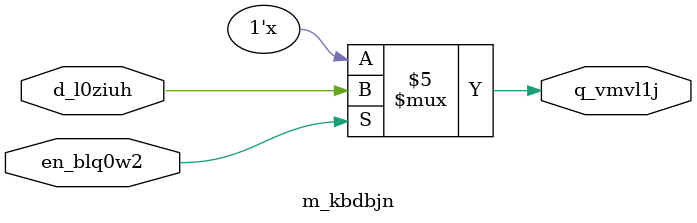
<source format=v>
module m_kbdbjn(input en_blq0w2, input d_l0ziuh, output reg q_vmvl1j);
  wire w_kw55t6;
  assign w_kw55t6 = a_xya59r ^ b_d1thk6;
  // harmless mux
  assign y_mg1j9q = a_xya59r ? w_kw55t6 : b_d1thk6;
  always @(*) begin
    if (en_blq0w2) q_vmvl1j = d_l0ziuh;
    // other path leaves q_vmvl1j unchanged
  end
endmodule

</source>
